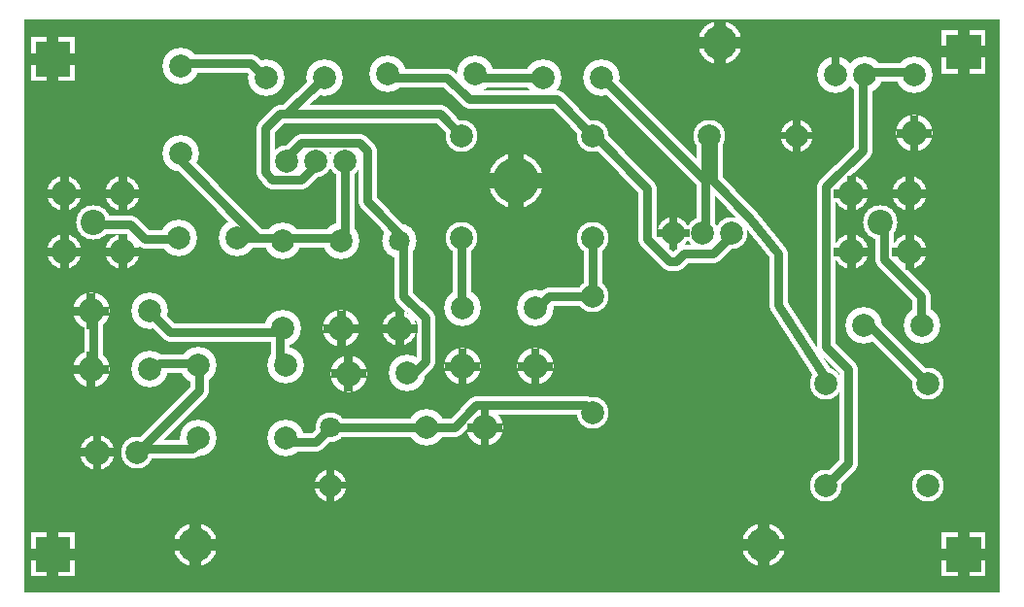
<source format=gbr>
%FSLAX34Y34*%
%MOMM*%
%LNCOPPER_BOTTOM*%
G71*
G01*
%ADD10C,2.800*%
%ADD11C,3.200*%
%ADD12C,3.000*%
%ADD13C,3.000*%
%ADD14C,2.800*%
%ADD15C,2.600*%
%ADD16C,1.600*%
%ADD17C,4.800*%
%ADD18C,2.800*%
%ADD19C,3.000*%
%ADD20C,3.800*%
%ADD21C,0.733*%
%ADD22C,0.667*%
%ADD23C,0.813*%
%ADD24C,1.333*%
%ADD25C,1.000*%
%ADD26C,2.000*%
%ADD27C,2.000*%
%ADD28C,2.200*%
%ADD29C,1.800*%
%ADD30C,0.800*%
%ADD31C,4.000*%
%ADD32C,2.000*%
%ADD33C,2.200*%
%ADD34C,3.000*%
%LPD*%
G36*
X0Y500000D02*
X850000Y500000D01*
X850000Y0D01*
X0Y0D01*
X0Y500000D01*
G37*
%LPC*%
X228600Y376300D02*
G54D10*
D03*
X254000Y376300D02*
G54D10*
D03*
X279400Y376300D02*
G54D10*
D03*
X616305Y313571D02*
G54D10*
D03*
X590905Y313571D02*
G54D10*
D03*
X565505Y313571D02*
G54D10*
D03*
X185199Y308873D02*
G54D11*
D03*
X134219Y308761D02*
G54D11*
D03*
X225425Y306325D02*
G54D11*
D03*
X225375Y230075D02*
G54D11*
D03*
X34900Y347700D02*
G54D12*
D03*
X85700Y347700D02*
G54D12*
D03*
X60300Y322300D02*
G54D12*
D03*
X85700Y296900D02*
G54D12*
D03*
X34900Y296900D02*
G54D12*
D03*
X136525Y458725D02*
G54D11*
D03*
X136475Y382475D02*
G54D11*
D03*
X276225Y306325D02*
G54D11*
D03*
X276175Y230075D02*
G54D11*
D03*
X261399Y448573D02*
G54D11*
D03*
X210419Y448461D02*
G54D11*
D03*
X327025Y306325D02*
G54D13*
D03*
X326975Y230075D02*
G54D13*
D03*
X282534Y191011D02*
G54D11*
D03*
X333515Y191123D02*
G54D11*
D03*
X228023Y198248D02*
G54D11*
D03*
X151773Y198298D02*
G54D11*
D03*
X108999Y245373D02*
G54D11*
D03*
X58019Y245261D02*
G54D11*
D03*
X108999Y194573D02*
G54D11*
D03*
X58019Y194461D02*
G54D11*
D03*
X63412Y122300D02*
G54D14*
D03*
X98512Y122300D02*
G54D14*
D03*
X228023Y134748D02*
G54D11*
D03*
X151773Y134798D02*
G54D11*
D03*
X266700Y93600D02*
G54D15*
D03*
X266700Y144400D02*
G54D15*
D03*
X401099Y143773D02*
G54D11*
D03*
X350119Y143661D02*
G54D11*
D03*
X393123Y452248D02*
G54D11*
D03*
X316873Y452298D02*
G54D11*
D03*
X596900Y398400D02*
G54D14*
D03*
X673100Y398400D02*
G54D14*
D03*
X782099Y232674D02*
G54D11*
D03*
X731118Y232561D02*
G54D11*
D03*
X381000Y398400D02*
G54D14*
D03*
X381000Y309500D02*
G54D14*
D03*
X495300Y398400D02*
G54D14*
D03*
X495300Y309500D02*
G54D14*
D03*
X381698Y197010D02*
G54D11*
D03*
X381585Y247990D02*
G54D11*
D03*
X706575Y451775D02*
G54D11*
D03*
X732075Y451775D02*
G54D11*
D03*
X775398Y400210D02*
G54D11*
D03*
X775285Y451190D02*
G54D11*
D03*
X698500Y182500D02*
G54D14*
D03*
X787400Y182500D02*
G54D14*
D03*
X698500Y93600D02*
G54D14*
D03*
X787400Y93600D02*
G54D14*
D03*
X502700Y448573D02*
G54D11*
D03*
X451720Y448460D02*
G54D11*
D03*
X720700Y347700D02*
G54D12*
D03*
X771500Y347700D02*
G54D12*
D03*
X746100Y322300D02*
G54D12*
D03*
X771500Y296900D02*
G54D12*
D03*
X720700Y296900D02*
G54D12*
D03*
X495300Y258700D02*
G54D14*
D03*
X495300Y157100D02*
G54D14*
D03*
X445198Y197010D02*
G54D11*
D03*
X445085Y247990D02*
G54D11*
D03*
G54D16*
X151773Y134798D02*
X152400Y131700D01*
X146050Y125350D01*
X101600Y125350D01*
X98512Y122300D01*
G54D16*
X98512Y122300D02*
X101600Y125350D01*
X152400Y176150D01*
X152400Y195200D01*
X151773Y198298D01*
G54D16*
X108999Y245373D02*
X107950Y246000D01*
X127000Y226950D01*
X222250Y226950D01*
X225375Y230075D01*
G54D16*
X228023Y198248D02*
X228600Y195200D01*
X222250Y201550D01*
X222250Y226950D01*
X225375Y230075D01*
G54D16*
X266700Y144400D02*
X254000Y131700D01*
X228600Y131700D01*
X228023Y134748D01*
G54D16*
X350119Y143661D02*
X349250Y144400D01*
X266700Y144400D01*
G54D16*
X495300Y157100D02*
X488950Y163450D01*
X393700Y163450D01*
X374650Y144400D01*
X266700Y144400D01*
G54D16*
X225425Y306325D02*
X228600Y309500D01*
X184150Y309500D01*
X185199Y308873D01*
G54D16*
X276225Y306325D02*
X279400Y309500D01*
X228600Y309500D01*
X225425Y306325D01*
G54D16*
X276225Y306325D02*
X279400Y309500D01*
X279400Y379350D01*
X279400Y376300D01*
G54D16*
X327025Y306325D02*
X330200Y309500D01*
X298450Y341250D01*
X298450Y385700D01*
X292100Y392050D01*
X241300Y392050D01*
X228600Y379350D01*
X228600Y376300D01*
G54D16*
X136475Y382475D02*
X133350Y379350D01*
X203200Y309500D01*
X228600Y309500D01*
X225425Y306325D01*
G54D16*
X210419Y448461D02*
X209550Y449200D01*
X196850Y461900D01*
X139700Y461900D01*
X136525Y458725D01*
G54D16*
X261399Y448573D02*
X260350Y449200D01*
X228600Y417450D01*
X222250Y417450D01*
X209550Y404750D01*
X209550Y366650D01*
X215900Y360300D01*
X241300Y360300D01*
X254000Y373000D01*
X254000Y379350D01*
X254000Y376300D01*
G54D16*
X381000Y398400D02*
X361950Y417450D01*
X222250Y417450D01*
X209550Y404750D01*
X209550Y366650D01*
X215900Y360300D01*
X241300Y360300D01*
X254000Y373000D01*
X254000Y379350D01*
X254000Y376300D01*
G54D16*
X495300Y398400D02*
X463550Y430150D01*
X387350Y430150D01*
X368300Y449200D01*
X317500Y449200D01*
X316873Y452298D01*
G54D16*
X451720Y448460D02*
X450850Y449200D01*
X393700Y449200D01*
X393123Y452248D01*
G54D16*
X445085Y247990D02*
X444500Y246000D01*
X457200Y258700D01*
X495300Y258700D01*
G54D16*
X495300Y258700D02*
X495300Y309500D01*
G54D16*
X381585Y247990D02*
X381000Y246000D01*
X381000Y309500D01*
G54D16*
X333515Y191123D02*
X336550Y188850D01*
X349250Y201550D01*
X349250Y239650D01*
X330200Y258700D01*
X330200Y309500D01*
X327025Y306325D01*
G54D16*
X746100Y322300D02*
X742950Y322200D01*
X749300Y315850D01*
X749300Y290450D01*
X781050Y258700D01*
X781050Y233300D01*
X782099Y232674D01*
G54D16*
X787400Y182500D02*
X736600Y233300D01*
X730250Y233300D01*
X731118Y232561D01*
G54D16*
X698500Y93600D02*
X717550Y112650D01*
X717550Y195200D01*
X698500Y214250D01*
X698500Y353950D01*
X730250Y385700D01*
X730250Y449200D01*
X732075Y451775D01*
G54D16*
X58019Y194461D02*
X60300Y193700D01*
X60300Y244500D01*
X58019Y245261D01*
X428600Y358800D02*
G54D17*
D03*
X58019Y194461D02*
G54D18*
D03*
X58019Y245261D02*
G54D18*
D03*
X401099Y143773D02*
G54D18*
D03*
X673100Y398400D02*
G54D18*
D03*
X326975Y230075D02*
G54D18*
D03*
X276175Y230075D02*
G54D19*
D03*
X282534Y191011D02*
G54D19*
D03*
X381698Y197010D02*
G54D19*
D03*
X445198Y197010D02*
G54D19*
D03*
X266700Y93600D02*
G54D18*
D03*
X58019Y245261D02*
G54D19*
D03*
X58019Y194461D02*
G54D19*
D03*
X63412Y122300D02*
G54D19*
D03*
X401099Y143773D02*
G54D19*
D03*
X326975Y230075D02*
G54D19*
D03*
G54D16*
X60300Y322300D02*
X60300Y320700D01*
X92050Y320700D01*
X104750Y308000D01*
X136500Y308000D01*
X134219Y308761D01*
X775398Y400210D02*
G54D19*
D03*
G54D16*
X108999Y194573D02*
X111100Y193700D01*
X117450Y200050D01*
X149200Y200050D01*
X151773Y198298D01*
G54D16*
X775285Y451190D02*
X777850Y454050D01*
X733400Y454050D01*
X732075Y451775D01*
G54D16*
X502700Y448573D02*
X504800Y447700D01*
X593700Y358800D01*
X593700Y314350D01*
X590905Y313571D01*
X565505Y313571D02*
G54D18*
D03*
G54D16*
X495300Y398400D02*
X498450Y396900D01*
X542900Y352450D01*
X542900Y308000D01*
X561950Y288950D01*
X568300Y288950D01*
X574650Y295300D01*
X600050Y295300D01*
X619100Y314350D01*
X616305Y313571D01*
G54D16*
X596900Y398400D02*
X600050Y396900D01*
X593700Y390550D01*
X593700Y314350D01*
X590905Y313571D01*
G54D16*
X698500Y182500D02*
X701650Y181000D01*
X657200Y250850D01*
X657200Y295300D01*
X631800Y327050D01*
X600050Y358800D01*
X600050Y396900D01*
X596900Y398400D01*
X276225Y306325D02*
G54D13*
D03*
X276175Y230075D02*
G54D13*
D03*
G36*
X5773Y483998D02*
X43773Y483998D01*
X43773Y445998D01*
X5773Y445998D01*
X5773Y483998D01*
G37*
G36*
X799523Y490348D02*
X837523Y490348D01*
X837523Y452348D01*
X799523Y452348D01*
X799523Y490348D01*
G37*
G36*
X5773Y52198D02*
X43773Y52198D01*
X43773Y14198D01*
X5773Y14198D01*
X5773Y52198D01*
G37*
G36*
X799523Y52198D02*
X837523Y52198D01*
X837523Y14198D01*
X799523Y14198D01*
X799523Y52198D01*
G37*
X149200Y41300D02*
G54D20*
D03*
X644500Y41300D02*
G54D20*
D03*
X606400Y479450D02*
G54D20*
D03*
%LPD*%
G54D21*
G36*
X31233Y347700D02*
X31233Y363200D01*
X38567Y363200D01*
X38567Y347700D01*
X31233Y347700D01*
G37*
G36*
X34900Y351367D02*
X50400Y351367D01*
X50400Y344033D01*
X34900Y344033D01*
X34900Y351367D01*
G37*
G36*
X38567Y347700D02*
X38567Y332200D01*
X31233Y332200D01*
X31233Y347700D01*
X38567Y347700D01*
G37*
G36*
X34900Y344033D02*
X19400Y344033D01*
X19400Y351367D01*
X34900Y351367D01*
X34900Y344033D01*
G37*
G54D21*
G36*
X82033Y347700D02*
X82033Y363200D01*
X89367Y363200D01*
X89367Y347700D01*
X82033Y347700D01*
G37*
G36*
X85700Y351367D02*
X101200Y351367D01*
X101200Y344033D01*
X85700Y344033D01*
X85700Y351367D01*
G37*
G36*
X89367Y347700D02*
X89367Y332200D01*
X82033Y332200D01*
X82033Y347700D01*
X89367Y347700D01*
G37*
G36*
X85700Y344033D02*
X70200Y344033D01*
X70200Y351367D01*
X85700Y351367D01*
X85700Y344033D01*
G37*
G54D21*
G36*
X82033Y296900D02*
X82033Y312400D01*
X89367Y312400D01*
X89367Y296900D01*
X82033Y296900D01*
G37*
G36*
X85700Y300567D02*
X101200Y300567D01*
X101200Y293233D01*
X85700Y293233D01*
X85700Y300567D01*
G37*
G36*
X89367Y296900D02*
X89367Y281400D01*
X82033Y281400D01*
X82033Y296900D01*
X89367Y296900D01*
G37*
G36*
X85700Y293233D02*
X70200Y293233D01*
X70200Y300567D01*
X85700Y300567D01*
X85700Y293233D01*
G37*
G54D21*
G36*
X31233Y296900D02*
X31233Y312400D01*
X38567Y312400D01*
X38567Y296900D01*
X31233Y296900D01*
G37*
G36*
X34900Y300567D02*
X50400Y300567D01*
X50400Y293233D01*
X34900Y293233D01*
X34900Y300567D01*
G37*
G36*
X38567Y296900D02*
X38567Y281400D01*
X31233Y281400D01*
X31233Y296900D01*
X38567Y296900D01*
G37*
G36*
X34900Y293233D02*
X19400Y293233D01*
X19400Y300567D01*
X34900Y300567D01*
X34900Y293233D01*
G37*
G54D22*
G36*
X703242Y451775D02*
X703242Y468275D01*
X709908Y468275D01*
X709908Y451775D01*
X703242Y451775D01*
G37*
G54D23*
G54D21*
G36*
X717033Y347700D02*
X717033Y363200D01*
X724367Y363200D01*
X724367Y347700D01*
X717033Y347700D01*
G37*
G36*
X720700Y351367D02*
X736200Y351367D01*
X736200Y344033D01*
X720700Y344033D01*
X720700Y351367D01*
G37*
G36*
X724367Y347700D02*
X724367Y332200D01*
X717033Y332200D01*
X717033Y347700D01*
X724367Y347700D01*
G37*
G36*
X720700Y344033D02*
X705200Y344033D01*
X705200Y351367D01*
X720700Y351367D01*
X720700Y344033D01*
G37*
G54D21*
G36*
X767833Y347700D02*
X767833Y363200D01*
X775167Y363200D01*
X775167Y347700D01*
X767833Y347700D01*
G37*
G36*
X771500Y351367D02*
X787000Y351367D01*
X787000Y344033D01*
X771500Y344033D01*
X771500Y351367D01*
G37*
G36*
X775167Y347700D02*
X775167Y332200D01*
X767833Y332200D01*
X767833Y347700D01*
X775167Y347700D01*
G37*
G36*
X771500Y344033D02*
X756000Y344033D01*
X756000Y351367D01*
X771500Y351367D01*
X771500Y344033D01*
G37*
G54D21*
G36*
X767833Y296900D02*
X767833Y312400D01*
X775167Y312400D01*
X775167Y296900D01*
X767833Y296900D01*
G37*
G36*
X771500Y300567D02*
X787000Y300567D01*
X787000Y293233D01*
X771500Y293233D01*
X771500Y300567D01*
G37*
G36*
X775167Y296900D02*
X775167Y281400D01*
X767833Y281400D01*
X767833Y296900D01*
X775167Y296900D01*
G37*
G36*
X771500Y293233D02*
X756000Y293233D01*
X756000Y300567D01*
X771500Y300567D01*
X771500Y293233D01*
G37*
G54D21*
G36*
X717033Y296900D02*
X717033Y312400D01*
X724367Y312400D01*
X724367Y296900D01*
X717033Y296900D01*
G37*
G36*
X720700Y300567D02*
X736200Y300567D01*
X736200Y293233D01*
X720700Y293233D01*
X720700Y300567D01*
G37*
G36*
X724367Y296900D02*
X724367Y281400D01*
X717033Y281400D01*
X717033Y296900D01*
X724367Y296900D01*
G37*
G36*
X720700Y293233D02*
X705200Y293233D01*
X705200Y300567D01*
X720700Y300567D01*
X720700Y293233D01*
G37*
G54D24*
G36*
X421933Y358800D02*
X421933Y383300D01*
X435267Y383300D01*
X435267Y358800D01*
X421933Y358800D01*
G37*
G36*
X428600Y365467D02*
X453100Y365467D01*
X453100Y352133D01*
X428600Y352133D01*
X428600Y365467D01*
G37*
G36*
X435267Y358800D02*
X435267Y334300D01*
X421933Y334300D01*
X421933Y358800D01*
X435267Y358800D01*
G37*
G36*
X428600Y352133D02*
X404100Y352133D01*
X404100Y365467D01*
X428600Y365467D01*
X428600Y352133D01*
G37*
G54D22*
G36*
X54686Y194461D02*
X54686Y208961D01*
X61352Y208961D01*
X61352Y194461D01*
X54686Y194461D01*
G37*
G36*
X58019Y197794D02*
X72519Y197794D01*
X72519Y191128D01*
X58019Y191128D01*
X58019Y197794D01*
G37*
G36*
X61352Y194461D02*
X61352Y179961D01*
X54686Y179961D01*
X54686Y194461D01*
X61352Y194461D01*
G37*
G36*
X58019Y191128D02*
X43519Y191128D01*
X43519Y197794D01*
X58019Y197794D01*
X58019Y191128D01*
G37*
G54D22*
G36*
X54686Y245261D02*
X54686Y259761D01*
X61352Y259761D01*
X61352Y245261D01*
X54686Y245261D01*
G37*
G36*
X58019Y248594D02*
X72519Y248594D01*
X72519Y241928D01*
X58019Y241928D01*
X58019Y248594D01*
G37*
G36*
X61352Y245261D02*
X61352Y230761D01*
X54686Y230761D01*
X54686Y245261D01*
X61352Y245261D01*
G37*
G36*
X58019Y241928D02*
X43519Y241928D01*
X43519Y248594D01*
X58019Y248594D01*
X58019Y241928D01*
G37*
G54D22*
G36*
X397766Y143773D02*
X397766Y158273D01*
X404432Y158273D01*
X404432Y143773D01*
X397766Y143773D01*
G37*
G36*
X401099Y147106D02*
X415599Y147106D01*
X415599Y140440D01*
X401099Y140440D01*
X401099Y147106D01*
G37*
G36*
X404432Y143773D02*
X404432Y129273D01*
X397766Y129273D01*
X397766Y143773D01*
X404432Y143773D01*
G37*
G36*
X401099Y140440D02*
X386599Y140440D01*
X386599Y147106D01*
X401099Y147106D01*
X401099Y140440D01*
G37*
G54D22*
G36*
X669767Y398400D02*
X669767Y412900D01*
X676433Y412900D01*
X676433Y398400D01*
X669767Y398400D01*
G37*
G36*
X673100Y401733D02*
X687600Y401733D01*
X687600Y395067D01*
X673100Y395067D01*
X673100Y401733D01*
G37*
G36*
X676433Y398400D02*
X676433Y383900D01*
X669767Y383900D01*
X669767Y398400D01*
X676433Y398400D01*
G37*
G36*
X673100Y395067D02*
X658600Y395067D01*
X658600Y401733D01*
X673100Y401733D01*
X673100Y395067D01*
G37*
G54D22*
G36*
X323642Y230075D02*
X323642Y244575D01*
X330308Y244575D01*
X330308Y230075D01*
X323642Y230075D01*
G37*
G36*
X326975Y233408D02*
X341475Y233408D01*
X341475Y226742D01*
X326975Y226742D01*
X326975Y233408D01*
G37*
G36*
X330308Y230075D02*
X330308Y215575D01*
X323642Y215575D01*
X323642Y230075D01*
X330308Y230075D01*
G37*
G36*
X326975Y226742D02*
X312475Y226742D01*
X312475Y233408D01*
X326975Y233408D01*
X326975Y226742D01*
G37*
G54D21*
G36*
X272508Y230075D02*
X272508Y245575D01*
X279842Y245575D01*
X279842Y230075D01*
X272508Y230075D01*
G37*
G36*
X276175Y233742D02*
X291675Y233742D01*
X291675Y226408D01*
X276175Y226408D01*
X276175Y233742D01*
G37*
G36*
X279842Y230075D02*
X279842Y214575D01*
X272508Y214575D01*
X272508Y230075D01*
X279842Y230075D01*
G37*
G36*
X276175Y226408D02*
X260675Y226408D01*
X260675Y233742D01*
X276175Y233742D01*
X276175Y226408D01*
G37*
G54D21*
G36*
X278867Y191011D02*
X278867Y206511D01*
X286201Y206511D01*
X286201Y191011D01*
X278867Y191011D01*
G37*
G36*
X282534Y194677D02*
X298034Y194677D01*
X298034Y187344D01*
X282534Y187344D01*
X282534Y194677D01*
G37*
G36*
X286201Y191011D02*
X286201Y175511D01*
X278867Y175511D01*
X278867Y191011D01*
X286201Y191011D01*
G37*
G36*
X282534Y187344D02*
X267034Y187344D01*
X267034Y194677D01*
X282534Y194677D01*
X282534Y187344D01*
G37*
G54D21*
G36*
X378031Y197010D02*
X378031Y212510D01*
X385364Y212510D01*
X385364Y197010D01*
X378031Y197010D01*
G37*
G36*
X381698Y200676D02*
X397198Y200676D01*
X397198Y193343D01*
X381698Y193343D01*
X381698Y200676D01*
G37*
G36*
X385364Y197010D02*
X385364Y181510D01*
X378031Y181510D01*
X378031Y197010D01*
X385364Y197010D01*
G37*
G36*
X381698Y193343D02*
X366198Y193343D01*
X366198Y200676D01*
X381698Y200676D01*
X381698Y193343D01*
G37*
G54D21*
G36*
X441531Y197010D02*
X441531Y212510D01*
X448864Y212510D01*
X448864Y197010D01*
X441531Y197010D01*
G37*
G36*
X445198Y200676D02*
X460698Y200676D01*
X460698Y193343D01*
X445198Y193343D01*
X445198Y200676D01*
G37*
G36*
X448864Y197010D02*
X448864Y181510D01*
X441531Y181510D01*
X441531Y197010D01*
X448864Y197010D01*
G37*
G36*
X445198Y193343D02*
X429698Y193343D01*
X429698Y200676D01*
X445198Y200676D01*
X445198Y193343D01*
G37*
G54D22*
G36*
X263367Y93600D02*
X263367Y108100D01*
X270033Y108100D01*
X270033Y93600D01*
X263367Y93600D01*
G37*
G36*
X266700Y96933D02*
X281200Y96933D01*
X281200Y90267D01*
X266700Y90267D01*
X266700Y96933D01*
G37*
G36*
X270033Y93600D02*
X270033Y79100D01*
X263367Y79100D01*
X263367Y93600D01*
X270033Y93600D01*
G37*
G36*
X266700Y90267D02*
X252200Y90267D01*
X252200Y96933D01*
X266700Y96933D01*
X266700Y90267D01*
G37*
G54D21*
G36*
X54352Y245261D02*
X54352Y260761D01*
X61685Y260761D01*
X61685Y245261D01*
X54352Y245261D01*
G37*
G36*
X58019Y248928D02*
X73519Y248928D01*
X73519Y241594D01*
X58019Y241594D01*
X58019Y248928D01*
G37*
G36*
X61685Y245261D02*
X61685Y229761D01*
X54352Y229761D01*
X54352Y245261D01*
X61685Y245261D01*
G37*
G36*
X58019Y241594D02*
X42519Y241594D01*
X42519Y248928D01*
X58019Y248928D01*
X58019Y241594D01*
G37*
G54D21*
G36*
X54352Y194461D02*
X54352Y209961D01*
X61685Y209961D01*
X61685Y194461D01*
X54352Y194461D01*
G37*
G36*
X58019Y198128D02*
X73519Y198128D01*
X73519Y190794D01*
X58019Y190794D01*
X58019Y198128D01*
G37*
G36*
X61685Y194461D02*
X61685Y178961D01*
X54352Y178961D01*
X54352Y194461D01*
X61685Y194461D01*
G37*
G36*
X58019Y190794D02*
X42519Y190794D01*
X42519Y198128D01*
X58019Y198128D01*
X58019Y190794D01*
G37*
G54D21*
G36*
X59745Y122300D02*
X59745Y137800D01*
X67079Y137800D01*
X67079Y122300D01*
X59745Y122300D01*
G37*
G36*
X63412Y125967D02*
X78912Y125967D01*
X78912Y118633D01*
X63412Y118633D01*
X63412Y125967D01*
G37*
G36*
X67079Y122300D02*
X67079Y106800D01*
X59745Y106800D01*
X59745Y122300D01*
X67079Y122300D01*
G37*
G36*
X63412Y118633D02*
X47912Y118633D01*
X47912Y125967D01*
X63412Y125967D01*
X63412Y118633D01*
G37*
G54D21*
G36*
X397432Y143773D02*
X397432Y159273D01*
X404766Y159273D01*
X404766Y143773D01*
X397432Y143773D01*
G37*
G36*
X401099Y147440D02*
X416599Y147440D01*
X416599Y140106D01*
X401099Y140106D01*
X401099Y147440D01*
G37*
G36*
X404766Y143773D02*
X404766Y128273D01*
X397432Y128273D01*
X397432Y143773D01*
X404766Y143773D01*
G37*
G36*
X401099Y140106D02*
X385599Y140106D01*
X385599Y147440D01*
X401099Y147440D01*
X401099Y140106D01*
G37*
G54D21*
G36*
X323308Y230075D02*
X323308Y245575D01*
X330642Y245575D01*
X330642Y230075D01*
X323308Y230075D01*
G37*
G36*
X326975Y233742D02*
X342475Y233742D01*
X342475Y226408D01*
X326975Y226408D01*
X326975Y233742D01*
G37*
G36*
X330642Y230075D02*
X330642Y214575D01*
X323308Y214575D01*
X323308Y230075D01*
X330642Y230075D01*
G37*
G36*
X326975Y226408D02*
X311475Y226408D01*
X311475Y233742D01*
X326975Y233742D01*
X326975Y226408D01*
G37*
G54D21*
G36*
X771731Y400210D02*
X771731Y415710D01*
X779064Y415710D01*
X779064Y400210D01*
X771731Y400210D01*
G37*
G36*
X775398Y403876D02*
X790898Y403876D01*
X790898Y396543D01*
X775398Y396543D01*
X775398Y403876D01*
G37*
G36*
X779064Y400210D02*
X779064Y384710D01*
X771731Y384710D01*
X771731Y400210D01*
X779064Y400210D01*
G37*
G36*
X775398Y396543D02*
X759898Y396543D01*
X759898Y403876D01*
X775398Y403876D01*
X775398Y396543D01*
G37*
G54D22*
G36*
X562172Y313571D02*
X562172Y328071D01*
X568838Y328071D01*
X568838Y313571D01*
X562172Y313571D01*
G37*
G36*
X565505Y316904D02*
X580005Y316904D01*
X580005Y310238D01*
X565505Y310238D01*
X565505Y316904D01*
G37*
G36*
X568838Y313571D02*
X568838Y299071D01*
X562172Y299071D01*
X562172Y313571D01*
X568838Y313571D01*
G37*
G36*
X565505Y310238D02*
X551005Y310238D01*
X551005Y316904D01*
X565505Y316904D01*
X565505Y310238D01*
G37*
G54D25*
G36*
X19773Y464998D02*
X19773Y484498D01*
X29773Y484498D01*
X29773Y464998D01*
X19773Y464998D01*
G37*
G36*
X24773Y469998D02*
X44273Y469998D01*
X44273Y459998D01*
X24773Y459998D01*
X24773Y469998D01*
G37*
G36*
X29773Y464998D02*
X29773Y445498D01*
X19773Y445498D01*
X19773Y464998D01*
X29773Y464998D01*
G37*
G36*
X24773Y459998D02*
X5273Y459998D01*
X5273Y469998D01*
X24773Y469998D01*
X24773Y459998D01*
G37*
G54D25*
G36*
X813523Y471348D02*
X813523Y490848D01*
X823523Y490848D01*
X823523Y471348D01*
X813523Y471348D01*
G37*
G36*
X818523Y476348D02*
X838023Y476348D01*
X838023Y466348D01*
X818523Y466348D01*
X818523Y476348D01*
G37*
G36*
X823523Y471348D02*
X823523Y451848D01*
X813523Y451848D01*
X813523Y471348D01*
X823523Y471348D01*
G37*
G36*
X818523Y466348D02*
X799023Y466348D01*
X799023Y476348D01*
X818523Y476348D01*
X818523Y466348D01*
G37*
G54D25*
G36*
X19773Y33198D02*
X19773Y52698D01*
X29773Y52698D01*
X29773Y33198D01*
X19773Y33198D01*
G37*
G36*
X24773Y38198D02*
X44273Y38198D01*
X44273Y28198D01*
X24773Y28198D01*
X24773Y38198D01*
G37*
G36*
X29773Y33198D02*
X29773Y13698D01*
X19773Y13698D01*
X19773Y33198D01*
X29773Y33198D01*
G37*
G36*
X24773Y28198D02*
X5273Y28198D01*
X5273Y38198D01*
X24773Y38198D01*
X24773Y28198D01*
G37*
G54D25*
G36*
X813523Y33198D02*
X813523Y52698D01*
X823523Y52698D01*
X823523Y33198D01*
X813523Y33198D01*
G37*
G36*
X818523Y38198D02*
X838023Y38198D01*
X838023Y28198D01*
X818523Y28198D01*
X818523Y38198D01*
G37*
G36*
X823523Y33198D02*
X823523Y13698D01*
X813523Y13698D01*
X813523Y33198D01*
X823523Y33198D01*
G37*
G36*
X818523Y28198D02*
X799023Y28198D01*
X799023Y38198D01*
X818523Y38198D01*
X818523Y28198D01*
G37*
G54D25*
G36*
X144200Y41300D02*
X144200Y60800D01*
X154200Y60800D01*
X154200Y41300D01*
X144200Y41300D01*
G37*
G36*
X149200Y46300D02*
X168700Y46300D01*
X168700Y36300D01*
X149200Y36300D01*
X149200Y46300D01*
G37*
G36*
X154200Y41300D02*
X154200Y21800D01*
X144200Y21800D01*
X144200Y41300D01*
X154200Y41300D01*
G37*
G36*
X149200Y36300D02*
X129700Y36300D01*
X129700Y46300D01*
X149200Y46300D01*
X149200Y36300D01*
G37*
G54D25*
G36*
X639500Y41300D02*
X639500Y60800D01*
X649500Y60800D01*
X649500Y41300D01*
X639500Y41300D01*
G37*
G36*
X644500Y46300D02*
X664000Y46300D01*
X664000Y36300D01*
X644500Y36300D01*
X644500Y46300D01*
G37*
G36*
X649500Y41300D02*
X649500Y21800D01*
X639500Y21800D01*
X639500Y41300D01*
X649500Y41300D01*
G37*
G36*
X644500Y36300D02*
X625000Y36300D01*
X625000Y46300D01*
X644500Y46300D01*
X644500Y36300D01*
G37*
G54D25*
G36*
X601400Y479450D02*
X601400Y498950D01*
X611400Y498950D01*
X611400Y479450D01*
X601400Y479450D01*
G37*
G36*
X606400Y484450D02*
X625900Y484450D01*
X625900Y474450D01*
X606400Y474450D01*
X606400Y484450D01*
G37*
G36*
X611400Y479450D02*
X611400Y459950D01*
X601400Y459950D01*
X601400Y479450D01*
X611400Y479450D01*
G37*
G36*
X606400Y474450D02*
X586900Y474450D01*
X586900Y484450D01*
X606400Y484450D01*
X606400Y474450D01*
G37*
X228600Y376300D02*
G54D26*
D03*
X254000Y376300D02*
G54D26*
D03*
X279400Y376300D02*
G54D26*
D03*
X616305Y313571D02*
G54D26*
D03*
X590905Y313571D02*
G54D26*
D03*
X565505Y313571D02*
G54D26*
D03*
X185199Y308873D02*
G54D27*
D03*
X134219Y308761D02*
G54D27*
D03*
X225425Y306325D02*
G54D27*
D03*
X225375Y230075D02*
G54D27*
D03*
X34900Y347700D02*
G54D28*
D03*
X85700Y347700D02*
G54D28*
D03*
X60300Y322300D02*
G54D28*
D03*
X85700Y296900D02*
G54D28*
D03*
X34900Y296900D02*
G54D28*
D03*
X136525Y458725D02*
G54D27*
D03*
X136475Y382475D02*
G54D27*
D03*
X276225Y306325D02*
G54D27*
D03*
X276175Y230075D02*
G54D27*
D03*
X261399Y448573D02*
G54D27*
D03*
X210419Y448461D02*
G54D27*
D03*
X327025Y306325D02*
G54D29*
D03*
X326975Y230075D02*
G54D29*
D03*
X282534Y191011D02*
G54D27*
D03*
X333515Y191123D02*
G54D27*
D03*
X228023Y198248D02*
G54D27*
D03*
X151773Y198298D02*
G54D27*
D03*
X108999Y245373D02*
G54D27*
D03*
X58019Y245261D02*
G54D27*
D03*
X108999Y194573D02*
G54D27*
D03*
X58019Y194461D02*
G54D27*
D03*
X63412Y122300D02*
G54D27*
D03*
X98512Y122300D02*
G54D27*
D03*
X228023Y134748D02*
G54D27*
D03*
X151773Y134798D02*
G54D27*
D03*
X266700Y93600D02*
G54D29*
D03*
X266700Y144400D02*
G54D29*
D03*
X401099Y143773D02*
G54D27*
D03*
X350119Y143661D02*
G54D27*
D03*
X393123Y452248D02*
G54D27*
D03*
X316873Y452298D02*
G54D27*
D03*
X596900Y398400D02*
G54D27*
D03*
X673100Y398400D02*
G54D27*
D03*
X782099Y232674D02*
G54D27*
D03*
X731118Y232561D02*
G54D27*
D03*
X381000Y398400D02*
G54D27*
D03*
X381000Y309500D02*
G54D27*
D03*
X495300Y398400D02*
G54D27*
D03*
X495300Y309500D02*
G54D27*
D03*
X381698Y197010D02*
G54D27*
D03*
X381585Y247990D02*
G54D27*
D03*
X706575Y451775D02*
G54D27*
D03*
X732075Y451775D02*
G54D27*
D03*
X775398Y400210D02*
G54D27*
D03*
X775285Y451190D02*
G54D27*
D03*
X698500Y182500D02*
G54D27*
D03*
X787400Y182500D02*
G54D27*
D03*
X698500Y93600D02*
G54D27*
D03*
X787400Y93600D02*
G54D27*
D03*
X502700Y448573D02*
G54D27*
D03*
X451720Y448460D02*
G54D27*
D03*
X720700Y347700D02*
G54D28*
D03*
X771500Y347700D02*
G54D28*
D03*
X746100Y322300D02*
G54D28*
D03*
X771500Y296900D02*
G54D28*
D03*
X720700Y296900D02*
G54D28*
D03*
X495300Y258700D02*
G54D27*
D03*
X495300Y157100D02*
G54D27*
D03*
X445198Y197010D02*
G54D27*
D03*
X445085Y247990D02*
G54D27*
D03*
G54D30*
X151773Y134798D02*
X152400Y131700D01*
X146050Y125350D01*
X101600Y125350D01*
X98512Y122300D01*
G54D30*
X98512Y122300D02*
X101600Y125350D01*
X152400Y176150D01*
X152400Y195200D01*
X151773Y198298D01*
G54D30*
X108999Y245373D02*
X107950Y246000D01*
X127000Y226950D01*
X222250Y226950D01*
X225375Y230075D01*
G54D30*
X228023Y198248D02*
X228600Y195200D01*
X222250Y201550D01*
X222250Y226950D01*
X225375Y230075D01*
G54D30*
X266700Y144400D02*
X254000Y131700D01*
X228600Y131700D01*
X228023Y134748D01*
G54D30*
X350119Y143661D02*
X349250Y144400D01*
X266700Y144400D01*
G54D30*
X495300Y157100D02*
X488950Y163450D01*
X393700Y163450D01*
X374650Y144400D01*
X266700Y144400D01*
G54D30*
X225425Y306325D02*
X228600Y309500D01*
X184150Y309500D01*
X185199Y308873D01*
G54D30*
X276225Y306325D02*
X279400Y309500D01*
X228600Y309500D01*
X225425Y306325D01*
G54D30*
X276225Y306325D02*
X279400Y309500D01*
X279400Y379350D01*
X279400Y376300D01*
G54D30*
X327025Y306325D02*
X330200Y309500D01*
X298450Y341250D01*
X298450Y385700D01*
X292100Y392050D01*
X241300Y392050D01*
X228600Y379350D01*
X228600Y376300D01*
G54D30*
X136475Y382475D02*
X133350Y379350D01*
X203200Y309500D01*
X228600Y309500D01*
X225425Y306325D01*
G54D30*
X210419Y448461D02*
X209550Y449200D01*
X196850Y461900D01*
X139700Y461900D01*
X136525Y458725D01*
G54D30*
X261399Y448573D02*
X260350Y449200D01*
X228600Y417450D01*
X222250Y417450D01*
X209550Y404750D01*
X209550Y366650D01*
X215900Y360300D01*
X241300Y360300D01*
X254000Y373000D01*
X254000Y379350D01*
X254000Y376300D01*
G54D30*
X381000Y398400D02*
X361950Y417450D01*
X222250Y417450D01*
X209550Y404750D01*
X209550Y366650D01*
X215900Y360300D01*
X241300Y360300D01*
X254000Y373000D01*
X254000Y379350D01*
X254000Y376300D01*
G54D30*
X495300Y398400D02*
X463550Y430150D01*
X387350Y430150D01*
X368300Y449200D01*
X317500Y449200D01*
X316873Y452298D01*
G54D30*
X451720Y448460D02*
X450850Y449200D01*
X393700Y449200D01*
X393123Y452248D01*
G54D30*
X445085Y247990D02*
X444500Y246000D01*
X457200Y258700D01*
X495300Y258700D01*
G54D30*
X495300Y258700D02*
X495300Y309500D01*
G54D30*
X381585Y247990D02*
X381000Y246000D01*
X381000Y309500D01*
G54D30*
X333515Y191123D02*
X336550Y188850D01*
X349250Y201550D01*
X349250Y239650D01*
X330200Y258700D01*
X330200Y309500D01*
X327025Y306325D01*
G54D30*
X746100Y322300D02*
X742950Y322200D01*
X749300Y315850D01*
X749300Y290450D01*
X781050Y258700D01*
X781050Y233300D01*
X782099Y232674D01*
G54D30*
X787400Y182500D02*
X736600Y233300D01*
X730250Y233300D01*
X731118Y232561D01*
G54D30*
X698500Y93600D02*
X717550Y112650D01*
X717550Y195200D01*
X698500Y214250D01*
X698500Y353950D01*
X730250Y385700D01*
X730250Y449200D01*
X732075Y451775D01*
G54D30*
X58019Y194461D02*
X60300Y193700D01*
X60300Y244500D01*
X58019Y245261D01*
X428600Y358800D02*
G54D31*
D03*
X58019Y194461D02*
G54D32*
D03*
X58019Y245261D02*
G54D32*
D03*
X401099Y143773D02*
G54D32*
D03*
X673100Y398400D02*
G54D32*
D03*
X326975Y230075D02*
G54D32*
D03*
X276175Y230075D02*
G54D33*
D03*
X282534Y191011D02*
G54D33*
D03*
X381698Y197010D02*
G54D33*
D03*
X445198Y197010D02*
G54D33*
D03*
X266700Y93600D02*
G54D32*
D03*
X58019Y245261D02*
G54D33*
D03*
X58019Y194461D02*
G54D33*
D03*
X63412Y122300D02*
G54D33*
D03*
X401099Y143773D02*
G54D33*
D03*
X326975Y230075D02*
G54D33*
D03*
G54D30*
X60300Y322300D02*
X60300Y320700D01*
X92050Y320700D01*
X104750Y308000D01*
X136500Y308000D01*
X134219Y308761D01*
X775398Y400210D02*
G54D33*
D03*
G54D30*
X108999Y194573D02*
X111100Y193700D01*
X117450Y200050D01*
X149200Y200050D01*
X151773Y198298D01*
G54D30*
X775285Y451190D02*
X777850Y454050D01*
X733400Y454050D01*
X732075Y451775D01*
G54D30*
X502700Y448573D02*
X504800Y447700D01*
X593700Y358800D01*
X593700Y314350D01*
X590905Y313571D01*
X565505Y313571D02*
G54D32*
D03*
G54D30*
X495300Y398400D02*
X498450Y396900D01*
X542900Y352450D01*
X542900Y308000D01*
X561950Y288950D01*
X568300Y288950D01*
X574650Y295300D01*
X600050Y295300D01*
X619100Y314350D01*
X616305Y313571D01*
G54D30*
X596900Y398400D02*
X600050Y396900D01*
X593700Y390550D01*
X593700Y314350D01*
X590905Y313571D01*
G54D30*
X698500Y182500D02*
X701650Y181000D01*
X657200Y250850D01*
X657200Y295300D01*
X631800Y327050D01*
X600050Y358800D01*
X600050Y396900D01*
X596900Y398400D01*
X276225Y306325D02*
G54D29*
D03*
X276175Y230075D02*
G54D29*
D03*
G36*
X9773Y479998D02*
X39773Y479998D01*
X39773Y449998D01*
X9773Y449998D01*
X9773Y479998D01*
G37*
G36*
X803523Y486348D02*
X833523Y486348D01*
X833523Y456348D01*
X803523Y456348D01*
X803523Y486348D01*
G37*
G36*
X9773Y48198D02*
X39773Y48198D01*
X39773Y18198D01*
X9773Y18198D01*
X9773Y48198D01*
G37*
G36*
X803523Y48198D02*
X833523Y48198D01*
X833523Y18198D01*
X803523Y18198D01*
X803523Y48198D01*
G37*
X149200Y41300D02*
G54D34*
D03*
X644500Y41300D02*
G54D34*
D03*
X606400Y479450D02*
G54D34*
D03*
M02*

</source>
